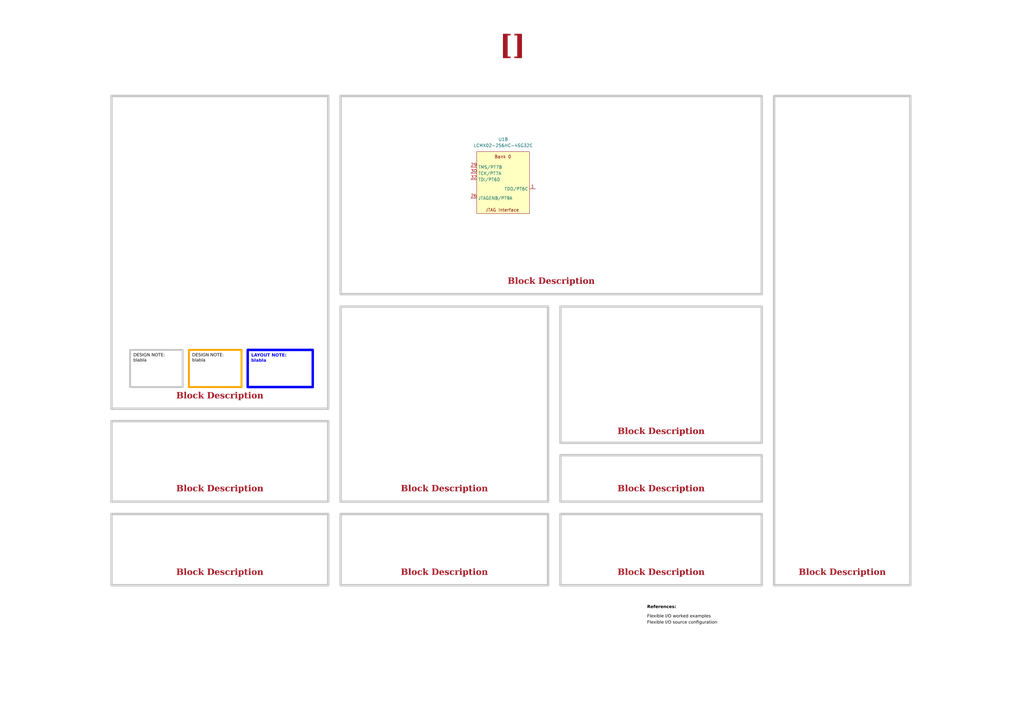
<source format=kicad_sch>
(kicad_sch (version 20250114) (generator "eeschema") (generator_version "9.0")
  (paper "A3")
  (title_block (title "Sheet Title B") (date "Last Modified Date") (rev "${REVISION}") (company "${COMPANY}"))
  (lib_symbols
    (symbol "0_FPGA:LCMX02-256HC-4SG32C"
      (property "Reference" "U" (at 10.668 16.51 0))
      (property "Value" "LCMX02-256HC-4SG32C" (at 0.254 -24.13 0))
      (symbol "LCMX02-256HC-4SG32C_1_1"
        (rectangle (start -10.16 15.24) (end 11.43 -22.86) (fill (type background)))
        (polyline (pts (xy -2.54 7.62) (xy -1.27 7.62) (xy -1.27 -11.43)))
        (text "Power" (at 0 -21.59 0) (effects (font (size 1.27 1.27))))
        (text "Bank VCCIO" (at 4.826 -1.27 0) (effects (font (size 1.27 1.27))))
        (pin power_in line (at -13.97 12.7 0) (length 3.81) (name "VCC") (number "2"))
        (pin power_in line (at -13.97 10.16 0) (length 3.81) (name "VCC") (number "18"))
        (pin power_in line (at -13.97 6.35 0) (length 3.81) (name "VCCIO3") (number "6"))
        (pin power_in line (at -13.97 2.54 0) (length 3.81) (name "VCCIO2") (number "7"))
        (pin power_in line (at -13.97 0 0) (length 3.81) (name "VCCIO2") (number "15"))
        (pin power_in line (at -13.97 -3.81 0) (length 3.81) (name "VCCIO1") (number "19"))
        (pin power_in line (at -13.97 -7.62 0) (length 3.81) (name "VCCIO0") (number "24"))
        (pin power_in line (at -13.97 -10.16 0) (length 3.81) (name "VCCIO0") (number "31"))
        (pin power_in line (at -13.97 -13.97 0) (length 3.81) (name "GND") (number "3"))
        (pin power_in line (at -13.97 -16.51 0) (length 3.81) (name "GND") (number "22"))
        (pin power_in line (at -13.97 -19.05 0) (length 3.81) (name "GND") (number "EP"))
      )
      (symbol "LCMX02-256HC-4SG32C_2_1"
        (rectangle (start -10.16 13.97) (end 11.43 -11.43) (fill (type background)))
        (text "JTAG Interface" (at 0.254 -9.906 0) (effects (font (size 1.27 1.27))))
        (text "Bank 0" (at 0.508 11.938 0) (effects (font (size 1.27 1.27))))
        (pin input line (at -12.7 7.62 0) (length 2.54) (name "TMS/PT7B") (number "29"))
        (pin input line (at -12.7 5.08 0) (length 2.54) (name "TCK/PT7A") (number "30"))
        (pin input line (at -12.7 2.54 0) (length 2.54) (name "TDI/PT6D") (number "32"))
        (pin input line (at -12.7 -5.08 0) (length 2.54) (name "JTAGENB/PT9A") (number "26"))
        (pin input line (at 13.97 -1.27 180) (length 2.54) (name "TDO/PT6C") (number "1"))
      )
      (symbol "LCMX02-256HC-4SG32C_3_1"
        (rectangle (start -16.51 17.78) (end 17.78 -17.78) (fill (type background)))
        (polyline (pts (xy -11.43 16.51) (xy -10.16 16.51) (xy -10.16 11.43)))
        (polyline (pts (xy -11.43 10.16) (xy -10.16 10.16) (xy -10.16 -12.7)))
        (polyline (pts (xy 1.27 -2.54) (xy 0 -2.54) (xy 0 -12.7)))
        (polyline (pts (xy 12.7 16.51) (xy 11.43 16.51) (xy 11.43 11.43)))
        (text "Bank 3" (at -6.35 14.224 0) (effects (font (size 1.27 1.27))))
        (text "Bank 2" (at -6.35 0 0) (effects (font (size 1.27 1.27))))
        (text "Bank 0" (at -4.064 -7.62 0) (effects (font (size 1.27 1.27))))
        (text "IO" (at 0 -16.51 0) (effects (font (size 1.27 1.27))))
        (text "Bank 1" (at 7.366 13.97 0) (effects (font (size 1.27 1.27))))
        (pin bidirectional line (at -19.05 15.24 0) (length 2.54) (name "PL5C") (number "4"))
        (pin bidirectional line (at -19.05 12.7 0) (length 2.54) (name "PL5D") (number "5"))
        (pin bidirectional line (at -19.05 8.89 0) (length 2.54) (name "PB2A") (number "8"))
        (pin bidirectional line (at -19.05 6.35 0) (length 2.54) (name "PB2C") (number "9"))
        (pin bidirectional line (at -19.05 3.81 0) (length 2.54) (name "PB2D") (number "10"))
        (pin bidirectional line (at -19.05 1.27 0) (length 2.54) (name "PB4A") (number "11"))
        (pin bidirectional line (at -19.05 -1.27 0) (length 2.54) (name "PB4B") (number "12"))
        (pin bidirectional line (at -19.05 -3.81 0) (length 2.54) (name "PB4C") (number "13"))
        (pin bidirectional line (at -19.05 -6.35 0) (length 2.54) (name "PB4D") (number "14"))
        (pin bidirectional line (at -19.05 -8.89 0) (length 2.54) (name "PB9A") (number "16"))
        (pin bidirectional line (at -19.05 -11.43 0) (length 2.54) (name "PB9B") (number "17"))
        (pin bidirectional line (at 20.32 15.24 180) (length 2.54) (name "PR5B") (number "20"))
        (pin bidirectional line (at 20.32 12.7 180) (length 2.54) (name "PR5A") (number "21"))
        (pin bidirectional line (at 20.32 -3.81 180) (length 2.54) (name "PT9D/DONE") (number "23"))
        (pin bidirectional line (at 20.32 -6.35 180) (length 2.54) (name "PT9B/PROGRAMN") (number "25"))
        (pin bidirectional line (at 20.32 -8.89 180) (length 2.54) (name "PT8D") (number "27"))
        (pin bidirectional line (at 20.32 -11.43 180) (length 2.54) (name "PT8C") (number "28"))
      )
    )
  )
  (rectangle (start 139.7 125.73) (end 224.79 205.74) (stroke (width 1) (color 200 200 200 1)))
  (rectangle (start 317.5 39.37) (end 373.38 240.03) (stroke (width 1) (color 200 200 200 1)))
  (rectangle (start 45.72 172.72) (end 134.62 205.74) (stroke (width 1) (color 200 200 200 1)))
  (rectangle (start 45.72 210.82) (end 134.62 240.03) (stroke (width 1) (color 200 200 200 1)))
  (rectangle (start 229.87 186.69) (end 312.42 205.74) (stroke (width 1) (color 200 200 200 1)))
  (rectangle (start 229.87 125.73) (end 312.42 181.61) (stroke (width 1) (color 200 200 200 1)))
  (rectangle (start 139.7 210.82) (end 224.79 240.03) (stroke (width 1) (color 200 200 200 1)))
  (rectangle (start 45.72 39.37) (end 134.62 167.64) (stroke (width 1) (color 200 200 200 1)))
  (rectangle (start 139.7 39.37) (end 312.42 120.65) (stroke (width 1) (color 200 200 200 1)))
  (rectangle (start 229.87 210.82) (end 312.42 240.03) (stroke (width 1) (color 200 200 200 1)))
  (text "Flexible I/O worked examples" (at 265.43 254 0) (effects (font (size 1.27 1.27)) (justify left bottom)))
  (text "References:" (at 265.43 250.19 0) (effects (font (size 1.27 1.27) (thickness 0.254) (bold yes)) (justify left bottom)))
  (text "Flexible I/O source configuration" (at 265.43 256.54 0) (effects (font (size 1.27 1.27)) (justify left bottom)))
  (text_box "Block Description" (at 46.99 194.31 0) (size 86.36 9.525) (margins 1.9049 1.9049 1.9049 1.9049) (stroke (width -0.0001)) (effects (font (size 2.54 2.54) (thickness 0.508) (bold yes)) (justify bottom)))
  (text_box "Block Description" (at 140.97 228.6 0) (size 82.55 9.525) (margins 1.9049 1.9049 1.9049 1.9049) (stroke (width -0.0001)) (effects (font (size 2.54 2.54) (thickness 0.508) (bold yes)) (justify bottom)))
  (text_box "[${#}] ${SHEETNAME}" (at 12.7 12.7 0) (size 394.97 12.7) (margins 5.9999 5.9999 5.9999 5.9999) (stroke (width -0.0001)) (effects (font (size 8 8) (thickness 1.2) (bold yes))))
  (text_box "Block Description" (at 46.99 228.6 0) (size 86.36 9.525) (margins 1.9049 1.9049 1.9049 1.9049) (stroke (width -0.0001)) (effects (font (size 2.54 2.54) (thickness 0.508) (bold yes)) (justify bottom)))
  (text_box "DESIGN NOTE:\nblabla" (at 77.47 143.51 0) (size 21.59 15.24) (margins 1.3525 1.3525 1.3525 1.3525) (stroke (width 0.8) (color 255 165 0 1)) (effects (font (size 1.27 1.27)) (justify left top)))
  (text_box "Block Description" (at 231.14 228.6 0) (size 80.01 9.525) (margins 1.9049 1.9049 1.9049 1.9049) (stroke (width -0.0001)) (effects (font (size 2.54 2.54) (thickness 0.508) (bold yes)) (justify bottom)))
  (text_box "LAYOUT NOTE:\nblabla" (at 101.6 143.51 0) (size 26.67 15.24) (margins 1.4525 1.4525 1.4525 1.4525) (stroke (width 1) (color 0 0 255 1)) (effects (font (size 1.27 1.27) (thickness 0.4) (bold yes)) (justify left top)))
  (text_box "Block Description" (at 46.99 156.21 0) (size 86.36 9.525) (margins 1.9049 1.9049 1.9049 1.9049) (stroke (width -0.0001)) (effects (font (size 2.54 2.54) (thickness 0.508) (bold yes)) (justify bottom)))
  (text_box "Block Description" (at 142.24 109.22 0) (size 167.64 9.525) (margins 1.9049 1.9049 1.9049 1.9049) (stroke (width -0.0001)) (effects (font (size 2.54 2.54) (thickness 0.508) (bold yes)) (justify bottom)))
  (text_box "Block Description" (at 231.775 170.815 0) (size 78.74 9.525) (margins 1.9049 1.9049 1.9049 1.9049) (stroke (width -0.0001)) (effects (font (size 2.54 2.54) (thickness 0.508) (bold yes)) (justify bottom)))
  (text_box "Block Description" (at 231.14 194.31 0) (size 80.01 9.525) (margins 1.9049 1.9049 1.9049 1.9049) (stroke (width -0.0001)) (effects (font (size 2.54 2.54) (thickness 0.508) (bold yes)) (justify bottom)))
  (text_box "Block Description" (at 318.77 228.6 0) (size 53.34 9.525) (margins 1.9049 1.9049 1.9049 1.9049) (stroke (width -0.0001)) (effects (font (size 2.54 2.54) (thickness 0.508) (bold yes)) (justify bottom)))
  (text_box "DESIGN NOTE:\nblabla" (at 53.34 143.51 0) (size 21.59 15.24) (margins 1.3525 1.3525 1.3525 1.3525) (stroke (width 0.8) (color 200 200 200 1)) (effects (font (size 1.27 1.27)) (justify left top)))
  (text_box "Block Description" (at 140.97 194.31 0) (size 82.55 9.525) (margins 1.9049 1.9049 1.9049 1.9049) (stroke (width -0.0001)) (effects (font (size 2.54 2.54) (thickness 0.508) (bold yes)) (justify bottom)))
  (symbol (lib_id "0_FPGA:LCMX02-256HC-4SG32C") (at 205.74 76.2 0) (unit 2)
    (property "Reference" "U1" (at 206.375 57.15 0))
    (property "Value" "LCMX02-256HC-4SG32C" (at 206.375 59.69 0))
    (property "Datasheet" "kicad-embed://FPGA-DS-02056-4-6-MachXO2-Family-Data-Sheet.pdf" (effects (hide yes)))
    (property "Description" "MachXO2 Field Programmable Gate Array (FPGA) IC 21 256 32-UFQFN Exposed Pad" (effects (hide yes)))
    (property "Link" "https://www.digikey.com/en/products/detail/lattice-semiconductor-corporation/LCMXO2-256HC-4SG32C/3232671?s=N4IgTCBcDaIDYGMC2APA9mAtGArANgAsFMAWAZwHMBmMBEAXQF8g" (effects (hide yes)))
  )
)
</source>
